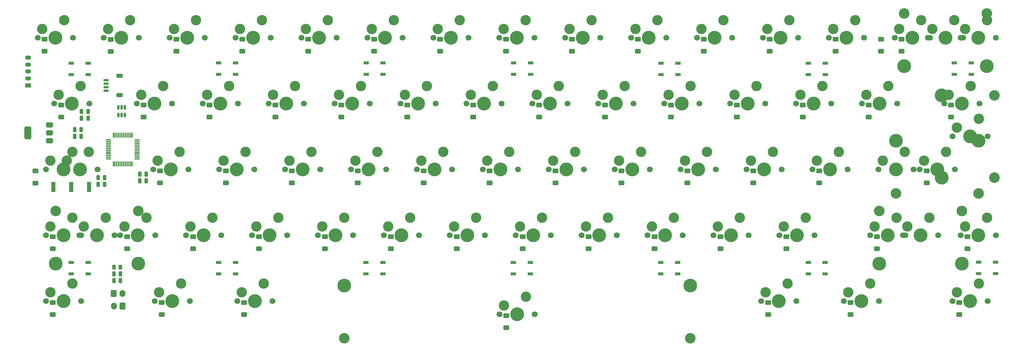
<source format=gbr>
%TF.GenerationSoftware,KiCad,Pcbnew,8.99.0-946-gf00a1ab517*%
%TF.CreationDate,2024-05-15T19:37:32+07:00*%
%TF.ProjectId,toro60,746f726f-3630-42e6-9b69-6361645f7063,rev?*%
%TF.SameCoordinates,Original*%
%TF.FileFunction,Soldermask,Bot*%
%TF.FilePolarity,Negative*%
%FSLAX46Y46*%
G04 Gerber Fmt 4.6, Leading zero omitted, Abs format (unit mm)*
G04 Created by KiCad (PCBNEW 8.99.0-946-gf00a1ab517) date 2024-05-15 19:37:32*
%MOMM*%
%LPD*%
G01*
G04 APERTURE LIST*
G04 Aperture macros list*
%AMRoundRect*
0 Rectangle with rounded corners*
0 $1 Rounding radius*
0 $2 $3 $4 $5 $6 $7 $8 $9 X,Y pos of 4 corners*
0 Add a 4 corners polygon primitive as box body*
4,1,4,$2,$3,$4,$5,$6,$7,$8,$9,$2,$3,0*
0 Add four circle primitives for the rounded corners*
1,1,$1+$1,$2,$3*
1,1,$1+$1,$4,$5*
1,1,$1+$1,$6,$7*
1,1,$1+$1,$8,$9*
0 Add four rect primitives between the rounded corners*
20,1,$1+$1,$2,$3,$4,$5,0*
20,1,$1+$1,$4,$5,$6,$7,0*
20,1,$1+$1,$6,$7,$8,$9,0*
20,1,$1+$1,$8,$9,$2,$3,0*%
G04 Aperture macros list end*
%ADD10C,1.700000*%
%ADD11C,4.000000*%
%ADD12C,0.400000*%
%ADD13C,3.000000*%
%ADD14RoundRect,0.250000X0.600000X0.750000X-0.600000X0.750000X-0.600000X-0.750000X0.600000X-0.750000X0*%
%ADD15O,1.700000X2.000000*%
%ADD16RoundRect,0.250000X0.625000X-0.350000X0.625000X0.350000X-0.625000X0.350000X-0.625000X-0.350000X0*%
%ADD17O,1.750000X1.200000*%
%ADD18C,3.048000*%
%ADD19C,3.987800*%
%ADD20RoundRect,0.250000X-0.600000X-0.750000X0.600000X-0.750000X0.600000X0.750000X-0.600000X0.750000X0*%
%ADD21C,3.050000*%
%ADD22RoundRect,0.250000X0.600000X-0.400000X0.600000X0.400000X-0.600000X0.400000X-0.600000X-0.400000X0*%
%ADD23RoundRect,0.375000X0.625000X0.375000X-0.625000X0.375000X-0.625000X-0.375000X0.625000X-0.375000X0*%
%ADD24RoundRect,0.500000X0.500000X1.400000X-0.500000X1.400000X-0.500000X-1.400000X0.500000X-1.400000X0*%
%ADD25RoundRect,0.250000X-0.250000X-0.475000X0.250000X-0.475000X0.250000X0.475000X-0.250000X0.475000X0*%
%ADD26R,1.500000X0.900000*%
%ADD27RoundRect,0.250000X0.250000X0.475000X-0.250000X0.475000X-0.250000X-0.475000X0.250000X-0.475000X0*%
%ADD28RoundRect,0.250000X0.262500X0.450000X-0.262500X0.450000X-0.262500X-0.450000X0.262500X-0.450000X0*%
%ADD29RoundRect,0.150000X-0.150000X0.512500X-0.150000X-0.512500X0.150000X-0.512500X0.150000X0.512500X0*%
%ADD30R,1.190000X3.000000*%
%ADD31RoundRect,0.150000X-0.625000X0.150000X-0.625000X-0.150000X0.625000X-0.150000X0.625000X0.150000X0*%
%ADD32RoundRect,0.250000X-0.650000X0.350000X-0.650000X-0.350000X0.650000X-0.350000X0.650000X0.350000X0*%
%ADD33RoundRect,0.075000X0.075000X-0.662500X0.075000X0.662500X-0.075000X0.662500X-0.075000X-0.662500X0*%
%ADD34RoundRect,0.075000X0.662500X-0.075000X0.662500X0.075000X-0.662500X0.075000X-0.662500X-0.075000X0*%
G04 APERTURE END LIST*
D10*
%TO.C,SW29*%
X304483000Y-19050000D03*
D11*
X309563000Y-19050000D03*
D10*
X314643000Y-19050000D03*
D12*
X304503000Y-16500000D03*
X305743000Y-17760000D03*
X305753000Y-15260000D03*
D13*
X305753000Y-16510000D03*
D12*
X307003000Y-16510000D03*
X310853000Y-13970000D03*
X312103000Y-12710000D03*
D13*
X312103000Y-13970000D03*
D12*
X312103000Y-15210000D03*
X313343000Y-13960000D03*
%TD*%
D10*
%TO.C,SW30*%
X49689000Y-38100000D03*
D11*
X54769000Y-38100000D03*
D10*
X59849000Y-38100000D03*
D12*
X49709000Y-35550000D03*
X50949000Y-36810000D03*
X50959000Y-34310000D03*
D13*
X50959000Y-35560000D03*
D12*
X52209000Y-35560000D03*
X56059000Y-33020000D03*
X57309000Y-31760000D03*
D13*
X57309000Y-33020000D03*
D12*
X57309000Y-34260000D03*
X58549000Y-33010000D03*
%TD*%
D10*
%TO.C,SW16*%
X47308000Y-19050000D03*
D11*
X52388000Y-19050000D03*
D10*
X57468000Y-19050000D03*
D12*
X47328000Y-16500000D03*
X48568000Y-17760000D03*
X48578000Y-15260000D03*
D13*
X48578000Y-16510000D03*
D12*
X49828000Y-16510000D03*
X53678000Y-13970000D03*
X54928000Y-12710000D03*
D13*
X54928000Y-13970000D03*
D12*
X54928000Y-15210000D03*
X56168000Y-13960000D03*
%TD*%
D10*
%TO.C,SW69*%
X275430999Y-76200000D03*
D11*
X280510999Y-76200000D03*
D10*
X285590999Y-76200000D03*
D12*
X275450999Y-73650000D03*
X276690999Y-74910000D03*
X276700999Y-72410000D03*
D13*
X276700999Y-73660000D03*
D12*
X277950999Y-73660000D03*
X281800999Y-71120000D03*
X283050999Y-69860000D03*
D13*
X283050999Y-71120000D03*
D12*
X283050999Y-72360000D03*
X284290999Y-71110000D03*
%TD*%
D10*
%TO.C,SW50*%
X180657500Y-57150000D03*
D11*
X185737500Y-57150000D03*
D10*
X190817500Y-57150000D03*
D12*
X180677500Y-54600000D03*
X181917500Y-55860000D03*
X181927500Y-53360000D03*
D13*
X181927500Y-54610000D03*
D12*
X183177500Y-54610000D03*
X187027500Y-52070000D03*
X188277500Y-50810000D03*
D13*
X188277500Y-52070000D03*
D12*
X188277500Y-53310000D03*
X189517500Y-52060000D03*
%TD*%
D10*
%TO.C,SW31*%
X75882500Y-38100000D03*
D11*
X80962500Y-38100000D03*
D10*
X86042500Y-38100000D03*
D12*
X75902500Y-35550000D03*
X77142500Y-36810000D03*
X77152500Y-34310000D03*
D13*
X77152500Y-35560000D03*
D12*
X78402500Y-35560000D03*
X82252500Y-33020000D03*
X83502500Y-31760000D03*
D13*
X83502500Y-33020000D03*
D12*
X83502500Y-34260000D03*
X84742500Y-33010000D03*
%TD*%
D10*
%TO.C,SW13*%
X271145000Y0D03*
D11*
X276225000Y0D03*
D10*
X281305000Y0D03*
D12*
X271165000Y2550000D03*
X272405000Y1290000D03*
X272415000Y3790000D03*
D13*
X272415000Y2540000D03*
D12*
X273665000Y2540000D03*
X277515000Y5080000D03*
X278765000Y6340000D03*
D13*
X278765000Y5080000D03*
D12*
X278765000Y3840000D03*
X280005000Y5090000D03*
%TD*%
D10*
%TO.C,SW46*%
X104457500Y-57150000D03*
D11*
X109537500Y-57150000D03*
D10*
X114617500Y-57150000D03*
D12*
X104477500Y-54600000D03*
X105717500Y-55860000D03*
X105727500Y-53360000D03*
D13*
X105727500Y-54610000D03*
D12*
X106977500Y-54610000D03*
X110827500Y-52070000D03*
X112077500Y-50810000D03*
D13*
X112077500Y-52070000D03*
D12*
X112077500Y-53310000D03*
X113317500Y-52060000D03*
%TD*%
D10*
%TO.C,SW19*%
X109220000Y-19050000D03*
D11*
X114300000Y-19050000D03*
D10*
X119380000Y-19050000D03*
D12*
X109240000Y-16500000D03*
X110480000Y-17760000D03*
X110490000Y-15260000D03*
D13*
X110490000Y-16510000D03*
D12*
X111740000Y-16510000D03*
X115590000Y-13970000D03*
X116840000Y-12710000D03*
D13*
X116840000Y-13970000D03*
D12*
X116840000Y-15210000D03*
X118080000Y-13960000D03*
%TD*%
D10*
%TO.C,SW23*%
X185420000Y-19050000D03*
D11*
X190500000Y-19050000D03*
D10*
X195580000Y-19050000D03*
D12*
X185440000Y-16500000D03*
X186680000Y-17760000D03*
X186690000Y-15260000D03*
D13*
X186690000Y-16510000D03*
D12*
X187940000Y-16510000D03*
X191790000Y-13970000D03*
X193040000Y-12710000D03*
D13*
X193040000Y-13970000D03*
D12*
X193040000Y-15210000D03*
X194280000Y-13960000D03*
%TD*%
D14*
%TO.C,SWb\u00F4t1*%
X67020000Y-77640000D03*
D15*
X64520000Y-77640000D03*
%TD*%
D10*
%TO.C,SW53*%
X237807500Y-57150000D03*
D11*
X242887500Y-57150000D03*
D10*
X247967500Y-57150000D03*
D12*
X237827500Y-54600000D03*
X239067500Y-55860000D03*
X239077500Y-53360000D03*
D13*
X239077500Y-54610000D03*
D12*
X240327500Y-54610000D03*
X244177500Y-52070000D03*
X245427500Y-50810000D03*
D13*
X245427500Y-52070000D03*
D12*
X245427500Y-53310000D03*
X246667500Y-52060000D03*
%TD*%
D10*
%TO.C,SW28*%
X280670000Y-19050000D03*
D11*
X285750000Y-19050000D03*
D10*
X290830000Y-19050000D03*
D12*
X280690000Y-16500000D03*
X281930000Y-17760000D03*
X281940000Y-15260000D03*
D13*
X281940000Y-16510000D03*
D12*
X283190000Y-16510000D03*
X287040000Y-13970000D03*
X288290000Y-12710000D03*
D13*
X288290000Y-13970000D03*
D12*
X288290000Y-15210000D03*
X289530000Y-13960000D03*
%TD*%
D10*
%TO.C,SW56*%
X309245000Y-57150000D03*
D11*
X314325000Y-57150000D03*
D10*
X319405000Y-57150000D03*
D12*
X309265000Y-54600000D03*
X310505000Y-55860000D03*
X310515000Y-53360000D03*
D13*
X310515000Y-54610000D03*
D12*
X311765000Y-54610000D03*
X315615000Y-52070000D03*
X316865000Y-50810000D03*
D13*
X316865000Y-52070000D03*
D12*
X316865000Y-53310000D03*
X318105000Y-52060000D03*
%TD*%
D10*
%TO.C,SW34*%
X133032500Y-38100000D03*
D11*
X138112500Y-38100000D03*
D10*
X143192500Y-38100000D03*
D12*
X133052500Y-35550000D03*
X134292500Y-36810000D03*
X134302500Y-34310000D03*
D13*
X134302500Y-35560000D03*
D12*
X135552500Y-35560000D03*
X139402500Y-33020000D03*
X140652500Y-31760000D03*
D13*
X140652500Y-33020000D03*
D12*
X140652500Y-34260000D03*
X141892500Y-33010000D03*
%TD*%
D10*
%TO.C,SW45*%
X85407500Y-57150000D03*
D11*
X90487500Y-57150000D03*
D10*
X95567500Y-57150000D03*
D12*
X85427500Y-54600000D03*
X86667500Y-55860000D03*
X86677500Y-53360000D03*
D13*
X86677500Y-54610000D03*
D12*
X87927500Y-54610000D03*
X91777500Y-52070000D03*
X93027500Y-50810000D03*
D13*
X93027500Y-52070000D03*
D12*
X93027500Y-53310000D03*
X94267500Y-52060000D03*
%TD*%
D10*
%TO.C,SW2*%
X61595000Y0D03*
D11*
X66675000Y0D03*
D10*
X71755000Y0D03*
D12*
X61615000Y2550000D03*
X62855000Y1290000D03*
X62865000Y3790000D03*
D13*
X62865000Y2540000D03*
D12*
X64115000Y2540000D03*
X67965000Y5080000D03*
X69215000Y6340000D03*
D13*
X69215000Y5080000D03*
D12*
X69215000Y3840000D03*
X70455000Y5090000D03*
%TD*%
D10*
%TO.C,SW21*%
X147320000Y-19050000D03*
D11*
X152400000Y-19050000D03*
D10*
X157480000Y-19050000D03*
D12*
X147340000Y-16500000D03*
X148580000Y-17760000D03*
X148590000Y-15260000D03*
D13*
X148590000Y-16510000D03*
D12*
X149840000Y-16510000D03*
X153690000Y-13970000D03*
X154940000Y-12710000D03*
D13*
X154940000Y-13970000D03*
D12*
X154940000Y-15210000D03*
X156180000Y-13960000D03*
%TD*%
D10*
%TO.C,SW3*%
X80645000Y0D03*
D11*
X85725000Y0D03*
D10*
X90805000Y0D03*
D12*
X80665000Y2550000D03*
X81905000Y1290000D03*
X81915000Y3790000D03*
D13*
X81915000Y2540000D03*
D12*
X83165000Y2540000D03*
X87015000Y5080000D03*
X88265000Y6340000D03*
D13*
X88265000Y5080000D03*
D12*
X88265000Y3840000D03*
X89505000Y5090000D03*
%TD*%
D10*
%TO.C,SW26*%
X242570000Y-19050000D03*
D11*
X247650000Y-19050000D03*
D10*
X252730000Y-19050000D03*
D12*
X242590000Y-16500000D03*
X243830000Y-17760000D03*
X243840000Y-15260000D03*
D13*
X243840000Y-16510000D03*
D12*
X245090000Y-16510000D03*
X248940000Y-13970000D03*
X250190000Y-12710000D03*
D13*
X250190000Y-13970000D03*
D12*
X250190000Y-15210000D03*
X251430000Y-13960000D03*
%TD*%
D16*
%TO.C,J2*%
X39750000Y-13790000D03*
D17*
X39750000Y-11790000D03*
X39750000Y-9790000D03*
X39750000Y-7790000D03*
X39750000Y-5790000D03*
%TD*%
D10*
%TO.C,SW8*%
X175895000Y0D03*
D11*
X180975000Y0D03*
D10*
X186055000Y0D03*
D12*
X175915000Y2550000D03*
X177155000Y1290000D03*
X177165000Y3790000D03*
D13*
X177165000Y2540000D03*
D12*
X178415000Y2540000D03*
X182265000Y5080000D03*
X183515000Y6340000D03*
D13*
X183515000Y5080000D03*
D12*
X183515000Y3840000D03*
X184755000Y5090000D03*
%TD*%
D10*
%TO.C,SW22*%
X166370000Y-19050000D03*
D11*
X171450000Y-19050000D03*
D10*
X176530000Y-19050000D03*
D12*
X166390000Y-16500000D03*
X167630000Y-17760000D03*
X167640000Y-15260000D03*
D13*
X167640000Y-16510000D03*
D12*
X168890000Y-16510000D03*
X172740000Y-13970000D03*
X173990000Y-12710000D03*
D13*
X173990000Y-13970000D03*
D12*
X173990000Y-15210000D03*
X175230000Y-13960000D03*
%TD*%
D10*
%TO.C,SW6*%
X137795000Y0D03*
D11*
X142875000Y0D03*
D10*
X147955000Y0D03*
D12*
X137815000Y2550000D03*
X139055000Y1290000D03*
X139065000Y3790000D03*
D13*
X139065000Y2540000D03*
D12*
X140315000Y2540000D03*
X144165000Y5080000D03*
X145415000Y6340000D03*
D13*
X145415000Y5080000D03*
D12*
X145415000Y3840000D03*
X146655000Y5090000D03*
%TD*%
D10*
%TO.C,SW14*%
X290195000Y0D03*
D11*
X295275000Y0D03*
D10*
X300355000Y0D03*
D12*
X290215000Y2550000D03*
X291455000Y1290000D03*
X291465000Y3790000D03*
D13*
X291465000Y2540000D03*
D12*
X292715000Y2540000D03*
X296565000Y5080000D03*
X297815000Y6340000D03*
D13*
X297815000Y5080000D03*
D12*
X297815000Y3840000D03*
X299055000Y5090000D03*
%TD*%
D10*
%TO.C,SW20*%
X128270000Y-19050000D03*
D11*
X133350000Y-19050000D03*
D10*
X138430000Y-19050000D03*
D12*
X128290000Y-16500000D03*
X129530000Y-17760000D03*
X129540000Y-15260000D03*
D13*
X129540000Y-16510000D03*
D12*
X130790000Y-16510000D03*
X134640000Y-13970000D03*
X135890000Y-12710000D03*
D13*
X135890000Y-13970000D03*
D12*
X135890000Y-15210000D03*
X137130000Y-13960000D03*
%TD*%
D10*
%TO.C,SW24*%
X204470000Y-19050000D03*
D11*
X209550000Y-19050000D03*
D10*
X214630000Y-19050000D03*
D12*
X204490000Y-16500000D03*
X205730000Y-17760000D03*
X205740000Y-15260000D03*
D13*
X205740000Y-16510000D03*
D12*
X206990000Y-16510000D03*
X210840000Y-13970000D03*
X212090000Y-12710000D03*
D13*
X212090000Y-13970000D03*
D12*
X212090000Y-15210000D03*
X213330000Y-13960000D03*
%TD*%
D10*
%TO.C,SW40*%
X247332500Y-38100000D03*
D11*
X252412500Y-38100000D03*
D10*
X257492500Y-38100000D03*
D12*
X247352500Y-35550000D03*
X248592500Y-36810000D03*
X248602500Y-34310000D03*
D13*
X248602500Y-35560000D03*
D12*
X249852500Y-35560000D03*
X253702500Y-33020000D03*
X254952500Y-31760000D03*
D13*
X254952500Y-33020000D03*
D12*
X254952500Y-34260000D03*
X256192500Y-33010000D03*
%TD*%
D10*
%TO.C,SW36*%
X171132500Y-38100000D03*
D11*
X176212500Y-38100000D03*
D10*
X181292500Y-38100000D03*
D12*
X171152500Y-35550000D03*
X172392500Y-36810000D03*
X172402500Y-34310000D03*
D13*
X172402500Y-35560000D03*
D12*
X173652500Y-35560000D03*
X177502500Y-33020000D03*
X178752500Y-31760000D03*
D13*
X178752500Y-33020000D03*
D12*
X178752500Y-34260000D03*
X179992500Y-33010000D03*
%TD*%
D10*
%TO.C,SW35*%
X152082500Y-38100000D03*
D11*
X157162500Y-38100000D03*
D10*
X162242500Y-38100000D03*
D12*
X152102500Y-35550000D03*
X153342500Y-36810000D03*
X153352500Y-34310000D03*
D13*
X153352500Y-35560000D03*
D12*
X154602500Y-35560000D03*
X158452500Y-33020000D03*
X159702500Y-31760000D03*
D13*
X159702500Y-33020000D03*
D12*
X159702500Y-34260000D03*
X160942500Y-33010000D03*
%TD*%
D10*
%TO.C,SW17*%
X71120000Y-19050000D03*
D11*
X76200000Y-19050000D03*
D10*
X81280000Y-19050000D03*
D12*
X71140000Y-16500000D03*
X72380000Y-17760000D03*
X72390000Y-15260000D03*
D13*
X72390000Y-16510000D03*
D12*
X73640000Y-16510000D03*
X77490000Y-13970000D03*
X78740000Y-12710000D03*
D13*
X78740000Y-13970000D03*
D12*
X78740000Y-15210000D03*
X79980000Y-13960000D03*
%TD*%
D10*
%TO.C,SW41*%
X266382500Y-38100000D03*
D11*
X271462500Y-38100000D03*
D10*
X276542500Y-38100000D03*
D12*
X266402500Y-35550000D03*
X267642500Y-36810000D03*
X267652500Y-34310000D03*
D13*
X267652500Y-35560000D03*
D12*
X268902500Y-35560000D03*
X272752500Y-33020000D03*
X274002500Y-31760000D03*
D13*
X274002500Y-33020000D03*
D12*
X274002500Y-34260000D03*
X275242500Y-33010000D03*
%TD*%
D10*
%TO.C,SW39*%
X228282500Y-38100000D03*
D11*
X233362500Y-38100000D03*
D10*
X238442500Y-38100000D03*
D12*
X228302500Y-35550000D03*
X229542500Y-36810000D03*
X229552500Y-34310000D03*
D13*
X229552500Y-35560000D03*
D12*
X230802500Y-35560000D03*
X234652500Y-33020000D03*
X235902500Y-31760000D03*
D13*
X235902500Y-33020000D03*
D12*
X235902500Y-34260000D03*
X237142500Y-33010000D03*
%TD*%
D18*
%TO.C,SW1005*%
X285718500Y-50165000D03*
D19*
X285718500Y-65405000D03*
D10*
X292576500Y-57150000D03*
D11*
X297656500Y-57150000D03*
D10*
X302736500Y-57150000D03*
D18*
X309594500Y-50165000D03*
D19*
X309594500Y-65405000D03*
D12*
X292596500Y-54600000D03*
X293836500Y-55860000D03*
X293846500Y-53360000D03*
D13*
X293846500Y-54610000D03*
D12*
X295096500Y-54610000D03*
X298946500Y-52070000D03*
X300196500Y-50810000D03*
D13*
X300196500Y-52070000D03*
D12*
X300196500Y-53310000D03*
X301436500Y-52060000D03*
%TD*%
D10*
%TO.C,SW11*%
X233045000Y0D03*
D11*
X238125000Y0D03*
D10*
X243205000Y0D03*
D12*
X233065000Y2550000D03*
X234305000Y1290000D03*
X234315000Y3790000D03*
D13*
X234315000Y2540000D03*
D12*
X235565000Y2540000D03*
X239415000Y5080000D03*
X240665000Y6340000D03*
D13*
X240665000Y5080000D03*
D12*
X240665000Y3840000D03*
X241905000Y5090000D03*
%TD*%
D10*
%TO.C,SW49*%
X161607500Y-57150000D03*
D11*
X166687500Y-57150000D03*
D10*
X171767500Y-57150000D03*
D12*
X161627500Y-54600000D03*
X162867500Y-55860000D03*
X162877500Y-53360000D03*
D13*
X162877500Y-54610000D03*
D12*
X164127500Y-54610000D03*
X167977500Y-52070000D03*
X169227500Y-50810000D03*
D13*
X169227500Y-52070000D03*
D12*
X169227500Y-53310000D03*
X170467500Y-52060000D03*
%TD*%
D20*
%TO.C,SWb\u00F4trst1*%
X64500000Y-74020000D03*
D15*
X67000000Y-74020000D03*
%TD*%
D10*
%TO.C,SW1001*%
X285432500Y-38100000D03*
D11*
X290512500Y-38100000D03*
D10*
X295592500Y-38100000D03*
D12*
X285452500Y-35550000D03*
X286692500Y-36810000D03*
X286702500Y-34310000D03*
D13*
X286702500Y-35560000D03*
D12*
X287952500Y-35560000D03*
X291802500Y-33020000D03*
X293052500Y-31760000D03*
D13*
X293052500Y-33020000D03*
D12*
X293052500Y-34260000D03*
X294292500Y-33010000D03*
%TD*%
D10*
%TO.C,SW12*%
X252095000Y0D03*
D11*
X257175000Y0D03*
D10*
X262255000Y0D03*
D12*
X252115000Y2550000D03*
X253355000Y1290000D03*
X253365000Y3790000D03*
D13*
X253365000Y2540000D03*
D12*
X254615000Y2540000D03*
X258465000Y5080000D03*
X259715000Y6340000D03*
D13*
X259715000Y5080000D03*
D12*
X259715000Y3840000D03*
X260955000Y5090000D03*
%TD*%
D10*
%TO.C,SW1002*%
X44926000Y-38100000D03*
D11*
X50006000Y-38100000D03*
D10*
X55086000Y-38100000D03*
D12*
X44946000Y-35550000D03*
X46186000Y-36810000D03*
X46196000Y-34310000D03*
D13*
X46196000Y-35560000D03*
D12*
X47446000Y-35560000D03*
X51296000Y-33020000D03*
X52546000Y-31760000D03*
D13*
X52546000Y-33020000D03*
D12*
X52546000Y-34260000D03*
X53786000Y-33010000D03*
%TD*%
D10*
%TO.C,SW1*%
X42545000Y0D03*
D11*
X47625000Y0D03*
D10*
X52705000Y0D03*
D12*
X42565000Y2550000D03*
X43805000Y1290000D03*
X43815000Y3790000D03*
D13*
X43815000Y2540000D03*
D12*
X45065000Y2540000D03*
X48915000Y5080000D03*
X50165000Y6340000D03*
D13*
X50165000Y5080000D03*
D12*
X50165000Y3840000D03*
X51405000Y5090000D03*
%TD*%
D10*
%TO.C,SW55*%
X283051500Y-57150000D03*
D11*
X288131500Y-57150000D03*
D10*
X293211500Y-57150000D03*
D12*
X283071500Y-54600000D03*
X284311500Y-55860000D03*
X284321500Y-53360000D03*
D13*
X284321500Y-54610000D03*
D12*
X285571500Y-54610000D03*
X289421500Y-52070000D03*
X290671500Y-50810000D03*
D13*
X290671500Y-52070000D03*
D12*
X290671500Y-53310000D03*
X291911500Y-52060000D03*
%TD*%
D10*
%TO.C,SW7*%
X156845000Y0D03*
D11*
X161925000Y0D03*
D10*
X167005000Y0D03*
D12*
X156865000Y2550000D03*
X158105000Y1290000D03*
X158115000Y3790000D03*
D13*
X158115000Y2540000D03*
D12*
X159365000Y2540000D03*
X163215000Y5080000D03*
X164465000Y6340000D03*
D13*
X164465000Y5080000D03*
D12*
X164465000Y3840000D03*
X165705000Y5090000D03*
%TD*%
D10*
%TO.C,SW9*%
X194945000Y0D03*
D11*
X200025000Y0D03*
D10*
X205105000Y0D03*
D12*
X194965000Y2550000D03*
X196205000Y1290000D03*
X196215000Y3790000D03*
D13*
X196215000Y2540000D03*
D12*
X197465000Y2540000D03*
X201315000Y5080000D03*
X202565000Y6340000D03*
D13*
X202565000Y5080000D03*
D12*
X202565000Y3840000D03*
X203805000Y5090000D03*
%TD*%
D10*
%TO.C,SW54*%
X256857500Y-57150000D03*
D11*
X261937500Y-57150000D03*
D10*
X267017500Y-57150000D03*
D12*
X256877500Y-54600000D03*
X258117500Y-55860000D03*
X258127500Y-53360000D03*
D13*
X258127500Y-54610000D03*
D12*
X259377500Y-54610000D03*
X263227500Y-52070000D03*
X264477500Y-50810000D03*
D13*
X264477500Y-52070000D03*
D12*
X264477500Y-53310000D03*
X265717500Y-52060000D03*
%TD*%
D10*
%TO.C,SW4*%
X99695000Y0D03*
D11*
X104775000Y0D03*
D10*
X109855000Y0D03*
D12*
X99715000Y2550000D03*
X100955000Y1290000D03*
X100965000Y3790000D03*
D13*
X100965000Y2540000D03*
D12*
X102215000Y2540000D03*
X106065000Y5080000D03*
X107315000Y6340000D03*
D13*
X107315000Y5080000D03*
D12*
X107315000Y3840000D03*
X108555000Y5090000D03*
%TD*%
D19*
%TO.C,SW63*%
X131070100Y-71755000D03*
D18*
X131070100Y-86995000D03*
D10*
X175990000Y-80010000D03*
D11*
X181070000Y-80010000D03*
D10*
X186150000Y-80010000D03*
D19*
X231069900Y-71755000D03*
D18*
X231069900Y-86995000D03*
D12*
X176010000Y-77460000D03*
X177250000Y-78720000D03*
X177260000Y-76220000D03*
D13*
X177260000Y-77470000D03*
D12*
X178510000Y-77470000D03*
X182360000Y-74930000D03*
X183610000Y-73670000D03*
D13*
X183610000Y-74930000D03*
D12*
X183610000Y-76170000D03*
X184850000Y-74920000D03*
%TD*%
D10*
%TO.C,SW44*%
X66357500Y-57150000D03*
D11*
X71437500Y-57150000D03*
D10*
X76517500Y-57150000D03*
D12*
X66377500Y-54600000D03*
X67617500Y-55860000D03*
X67627500Y-53360000D03*
D13*
X67627500Y-54610000D03*
D12*
X68877500Y-54610000D03*
X72727500Y-52070000D03*
X73977500Y-50810000D03*
D13*
X73977500Y-52070000D03*
D12*
X73977500Y-53310000D03*
X75217500Y-52060000D03*
%TD*%
D19*
%TO.C,SW42*%
X290555099Y-29845000D03*
D18*
X290555099Y-45085000D03*
D10*
X297413099Y-38100000D03*
D11*
X302493099Y-38100000D03*
D10*
X307573099Y-38100000D03*
D19*
X314431099Y-29845000D03*
D18*
X314431099Y-45085000D03*
D12*
X297433099Y-35550000D03*
X298673099Y-36810000D03*
X298683099Y-34310000D03*
D13*
X298683099Y-35560000D03*
D12*
X299933099Y-35560000D03*
X303783099Y-33020000D03*
X305033099Y-31760000D03*
D13*
X305033099Y-33020000D03*
D12*
X305033099Y-34260000D03*
X306273099Y-33010000D03*
%TD*%
D10*
%TO.C,SW32*%
X94932500Y-38100000D03*
D11*
X100012500Y-38100000D03*
D10*
X105092500Y-38100000D03*
D12*
X94952500Y-35550000D03*
X96192500Y-36810000D03*
X96202500Y-34310000D03*
D13*
X96202500Y-35560000D03*
D12*
X97452500Y-35560000D03*
X101302500Y-33020000D03*
X102552500Y-31760000D03*
D13*
X102552500Y-33020000D03*
D12*
X102552500Y-34260000D03*
X103792500Y-33010000D03*
%TD*%
D10*
%TO.C,SW58*%
X76358500Y-76200000D03*
D11*
X81438500Y-76200000D03*
D10*
X86518500Y-76200000D03*
D12*
X76378500Y-73650000D03*
X77618500Y-74910000D03*
X77628500Y-72410000D03*
D13*
X77628500Y-73660000D03*
D12*
X78878500Y-73660000D03*
X82728500Y-71120000D03*
X83978500Y-69860000D03*
D13*
X83978500Y-71120000D03*
D12*
X83978500Y-72360000D03*
X85218500Y-71110000D03*
%TD*%
D10*
%TO.C,SW51*%
X199707500Y-57150000D03*
D11*
X204787500Y-57150000D03*
D10*
X209867500Y-57150000D03*
D12*
X199727500Y-54600000D03*
X200967500Y-55860000D03*
X200977500Y-53360000D03*
D13*
X200977500Y-54610000D03*
D12*
X202227500Y-54610000D03*
X206077500Y-52070000D03*
X207327500Y-50810000D03*
D13*
X207327500Y-52070000D03*
D12*
X207327500Y-53310000D03*
X208567500Y-52060000D03*
%TD*%
D10*
%TO.C,SW33*%
X113982500Y-38100000D03*
D11*
X119062500Y-38100000D03*
D10*
X124142500Y-38100000D03*
D12*
X114002500Y-35550000D03*
X115242500Y-36810000D03*
X115252500Y-34310000D03*
D13*
X115252500Y-35560000D03*
D12*
X116502500Y-35560000D03*
X120352500Y-33020000D03*
X121602500Y-31760000D03*
D13*
X121602500Y-33020000D03*
D12*
X121602500Y-34260000D03*
X122842500Y-33010000D03*
%TD*%
D10*
%TO.C,SW27*%
X261620000Y-19050000D03*
D11*
X266700000Y-19050000D03*
D10*
X271780000Y-19050000D03*
D12*
X261640000Y-16500000D03*
X262880000Y-17760000D03*
X262890000Y-15260000D03*
D13*
X262890000Y-16510000D03*
D12*
X264140000Y-16510000D03*
X267990000Y-13970000D03*
X269240000Y-12710000D03*
D13*
X269240000Y-13970000D03*
D12*
X269240000Y-15210000D03*
X270480000Y-13960000D03*
%TD*%
D10*
%TO.C,SW5*%
X118745000Y0D03*
D11*
X123825000Y0D03*
D10*
X128905000Y0D03*
D12*
X118765000Y2550000D03*
X120005000Y1290000D03*
X120015000Y3790000D03*
D13*
X120015000Y2540000D03*
D12*
X121265000Y2540000D03*
X125115000Y5080000D03*
X126365000Y6340000D03*
D13*
X126365000Y5080000D03*
D12*
X126365000Y3840000D03*
X127605000Y5090000D03*
%TD*%
D10*
%TO.C,SW25*%
X223520000Y-19050000D03*
D11*
X228600000Y-19050000D03*
D10*
X233680000Y-19050000D03*
D12*
X223540000Y-16500000D03*
X224780000Y-17760000D03*
X224790000Y-15260000D03*
D13*
X224790000Y-16510000D03*
D12*
X226040000Y-16510000D03*
X229890000Y-13970000D03*
X231140000Y-12710000D03*
D13*
X231140000Y-13970000D03*
D12*
X231140000Y-15210000D03*
X232380000Y-13960000D03*
%TD*%
D10*
%TO.C,SW70*%
X306863500Y-76200000D03*
D11*
X311943500Y-76200000D03*
D10*
X317023500Y-76200000D03*
D12*
X306883500Y-73650000D03*
X308123500Y-74910000D03*
X308133500Y-72410000D03*
D13*
X308133500Y-73660000D03*
D12*
X309383500Y-73660000D03*
X313233500Y-71120000D03*
X314483500Y-69860000D03*
D13*
X314483500Y-71120000D03*
D12*
X314483500Y-72360000D03*
X315723500Y-71110000D03*
%TD*%
D10*
%TO.C,SW43*%
X44926000Y-57150000D03*
D11*
X50006000Y-57150000D03*
D10*
X55086000Y-57150000D03*
D12*
X44946000Y-54600000D03*
X46186000Y-55860000D03*
X46196000Y-53360000D03*
D13*
X46196000Y-54610000D03*
D12*
X47446000Y-54610000D03*
X51296000Y-52070000D03*
X52546000Y-50810000D03*
D13*
X52546000Y-52070000D03*
D12*
X52546000Y-53310000D03*
X53786000Y-52060000D03*
%TD*%
D10*
%TO.C,SW47*%
X123507500Y-57150000D03*
D11*
X128587500Y-57150000D03*
D10*
X133667500Y-57150000D03*
D12*
X123527500Y-54600000D03*
X124767500Y-55860000D03*
X124777500Y-53360000D03*
D13*
X124777500Y-54610000D03*
D12*
X126027500Y-54610000D03*
X129877500Y-52070000D03*
X131127500Y-50810000D03*
D13*
X131127500Y-52070000D03*
D12*
X131127500Y-53310000D03*
X132367500Y-52060000D03*
%TD*%
D10*
%TO.C,SW59*%
X100171000Y-76200000D03*
D11*
X105251000Y-76200000D03*
D10*
X110331000Y-76200000D03*
D12*
X100191000Y-73650000D03*
X101431000Y-74910000D03*
X101441000Y-72410000D03*
D13*
X101441000Y-73660000D03*
D12*
X102691000Y-73660000D03*
X106541000Y-71120000D03*
X107791000Y-69860000D03*
D13*
X107791000Y-71120000D03*
D12*
X107791000Y-72360000D03*
X109031000Y-71110000D03*
%TD*%
D18*
%TO.C,SW1004*%
X47667600Y-50165000D03*
D19*
X47667600Y-65405000D03*
D10*
X54525600Y-57150000D03*
D11*
X59605600Y-57150000D03*
D10*
X64685600Y-57150000D03*
D18*
X71543600Y-50165000D03*
D19*
X71543600Y-65405000D03*
D12*
X54545600Y-54600000D03*
X55785600Y-55860000D03*
X55795600Y-53360000D03*
D13*
X55795600Y-54610000D03*
D12*
X57045600Y-54610000D03*
X60895600Y-52070000D03*
X62145600Y-50810000D03*
D13*
X62145600Y-52070000D03*
D12*
X62145600Y-53310000D03*
X63385600Y-52060000D03*
%TD*%
D18*
%TO.C,SW1000*%
X292862000Y6985000D03*
D19*
X292862000Y-8255000D03*
D10*
X299720000Y0D03*
D11*
X304800000Y0D03*
D10*
X309880000Y0D03*
D18*
X316738000Y6985000D03*
D19*
X316738000Y-8255000D03*
D12*
X299740000Y2550000D03*
X300980000Y1290000D03*
X300990000Y3790000D03*
D13*
X300990000Y2540000D03*
D12*
X302240000Y2540000D03*
X306090000Y5080000D03*
X307340000Y6340000D03*
D13*
X307340000Y5080000D03*
D12*
X307340000Y3840000D03*
X308580000Y5090000D03*
%TD*%
D10*
%TO.C,SW18*%
X90170000Y-19050000D03*
D11*
X95250000Y-19050000D03*
D10*
X100330000Y-19050000D03*
D12*
X90190000Y-16500000D03*
X91430000Y-17760000D03*
X91440000Y-15260000D03*
D13*
X91440000Y-16510000D03*
D12*
X92690000Y-16510000D03*
X96540000Y-13970000D03*
X97790000Y-12710000D03*
D13*
X97790000Y-13970000D03*
D12*
X97790000Y-15210000D03*
X99030000Y-13960000D03*
%TD*%
D10*
%TO.C,SW10*%
X213995000Y0D03*
D11*
X219075000Y0D03*
D10*
X224155000Y0D03*
D12*
X214015000Y2550000D03*
X215255000Y1290000D03*
X215265000Y3790000D03*
D13*
X215265000Y2540000D03*
D12*
X216515000Y2540000D03*
X220365000Y5080000D03*
X221615000Y6340000D03*
D13*
X221615000Y5080000D03*
D12*
X221615000Y3840000D03*
X222855000Y5090000D03*
%TD*%
D10*
%TO.C,SW68*%
X251618499Y-76200000D03*
D11*
X256698499Y-76200000D03*
D10*
X261778499Y-76200000D03*
D12*
X251638499Y-73650000D03*
X252878499Y-74910000D03*
X252888499Y-72410000D03*
D13*
X252888499Y-73660000D03*
D12*
X254138499Y-73660000D03*
X257988499Y-71120000D03*
X259238499Y-69860000D03*
D13*
X259238499Y-71120000D03*
D12*
X259238499Y-72360000D03*
X260478499Y-71110000D03*
%TD*%
D10*
%TO.C,SW52*%
X218757500Y-57150000D03*
D11*
X223837500Y-57150000D03*
D10*
X228917500Y-57150000D03*
D12*
X218777500Y-54600000D03*
X220017500Y-55860000D03*
X220027500Y-53360000D03*
D13*
X220027500Y-54610000D03*
D12*
X221277500Y-54610000D03*
X225127500Y-52070000D03*
X226377500Y-50810000D03*
D13*
X226377500Y-52070000D03*
D12*
X226377500Y-53310000D03*
X227617500Y-52060000D03*
%TD*%
D10*
%TO.C,SW57*%
X44926000Y-76200000D03*
D11*
X50006000Y-76200000D03*
D10*
X55086000Y-76200000D03*
D12*
X44946000Y-73650000D03*
X46186000Y-74910000D03*
X46196000Y-72410000D03*
D13*
X46196000Y-73660000D03*
D12*
X47446000Y-73660000D03*
X51296000Y-71120000D03*
X52546000Y-69860000D03*
D13*
X52546000Y-71120000D03*
D12*
X52546000Y-72360000D03*
X53786000Y-71110000D03*
%TD*%
D10*
%TO.C,SW38*%
X209232500Y-38100000D03*
D11*
X214312500Y-38100000D03*
D10*
X219392500Y-38100000D03*
D12*
X209252500Y-35550000D03*
X210492500Y-36810000D03*
X210502500Y-34310000D03*
D13*
X210502500Y-35560000D03*
D12*
X211752500Y-35560000D03*
X215602500Y-33020000D03*
X216852500Y-31760000D03*
D13*
X216852500Y-33020000D03*
D12*
X216852500Y-34260000D03*
X218092500Y-33010000D03*
%TD*%
D10*
%TO.C,SW48*%
X142557500Y-57150000D03*
D11*
X147637500Y-57150000D03*
D10*
X152717500Y-57150000D03*
D12*
X142577500Y-54600000D03*
X143817500Y-55860000D03*
X143827500Y-53360000D03*
D13*
X143827500Y-54610000D03*
D12*
X145077500Y-54610000D03*
X148927500Y-52070000D03*
X150177500Y-50810000D03*
D13*
X150177500Y-52070000D03*
D12*
X150177500Y-53310000D03*
X151417500Y-52060000D03*
%TD*%
D10*
%TO.C,SW37*%
X190182500Y-38100000D03*
D11*
X195262500Y-38100000D03*
D10*
X200342500Y-38100000D03*
D12*
X190202500Y-35550000D03*
X191442500Y-36810000D03*
X191452500Y-34310000D03*
D13*
X191452500Y-35560000D03*
D12*
X192702500Y-35560000D03*
X196552500Y-33020000D03*
X197802500Y-31760000D03*
D13*
X197802500Y-33020000D03*
D12*
X197802500Y-34260000D03*
X199042500Y-33010000D03*
%TD*%
D11*
%TO.C,SW1003*%
X303703500Y-16675000D03*
X303703500Y-40475000D03*
D10*
X306863500Y-28575000D03*
D11*
X311943500Y-28575000D03*
D10*
X317023500Y-28575000D03*
D21*
X318943500Y-16675000D03*
X318943500Y-40475000D03*
D12*
X306883500Y-26025000D03*
X308123500Y-27285000D03*
X308133500Y-24785000D03*
D13*
X308133500Y-26035000D03*
D12*
X309383500Y-26035000D03*
X313233500Y-23495000D03*
X314483500Y-22235000D03*
D13*
X314483500Y-23495000D03*
D12*
X314483500Y-24735000D03*
X315723500Y-23485000D03*
%TD*%
D10*
%TO.C,SW15*%
X309245000Y0D03*
D11*
X314325000Y0D03*
D10*
X319405000Y0D03*
D12*
X309265000Y2550000D03*
X310505000Y1290000D03*
X310515000Y3790000D03*
D13*
X310515000Y2540000D03*
D12*
X311765000Y2540000D03*
X315615000Y5080000D03*
X316865000Y6340000D03*
D13*
X316865000Y5080000D03*
D12*
X316865000Y3840000D03*
X318105000Y5090000D03*
%TD*%
D22*
%TO.C,D14*%
X292160000Y-3920000D03*
X292160000Y-420000D03*
%TD*%
D23*
%TO.C,U2*%
X45960000Y-25250000D03*
X45960000Y-27550000D03*
D24*
X39660000Y-27550000D03*
D23*
X45960000Y-29850000D03*
%TD*%
D22*
%TO.C,D25*%
X225485000Y-22970000D03*
X225485000Y-19470000D03*
%TD*%
%TO.C,D42*%
X299378099Y-42020000D03*
X299378099Y-38520000D03*
%TD*%
%TO.C,D36*%
X173097500Y-42020000D03*
X173097500Y-38520000D03*
%TD*%
%TO.C,D13*%
X273110000Y-3920000D03*
X273110000Y-420000D03*
%TD*%
%TO.C,D29*%
X306448000Y-22970000D03*
X306448000Y-19470000D03*
%TD*%
%TO.C,D49*%
X163572500Y-61070000D03*
X163572500Y-57570000D03*
%TD*%
D25*
%TO.C,C6*%
X53200000Y-28550000D03*
X55100000Y-28550000D03*
%TD*%
D22*
%TO.C,D46*%
X106422500Y-61070000D03*
X106422500Y-57570000D03*
%TD*%
D26*
%TO.C,Drgb8*%
X265170000Y-68320000D03*
X265170000Y-65020000D03*
X270070000Y-65020000D03*
X270070000Y-68320000D03*
%TD*%
D22*
%TO.C,D21*%
X149285000Y-22970000D03*
X149285000Y-19470000D03*
%TD*%
%TO.C,D47*%
X125472500Y-61070000D03*
X125472500Y-57570000D03*
%TD*%
%TO.C,D45*%
X87372500Y-61070000D03*
X87372500Y-57570000D03*
%TD*%
D26*
%TO.C,Drgb6*%
X312290000Y-7300000D03*
X312290000Y-10600000D03*
X307390000Y-10600000D03*
X307390000Y-7300000D03*
%TD*%
D22*
%TO.C,D38*%
X211197500Y-42020000D03*
X211197500Y-38520000D03*
%TD*%
%TO.C,D3*%
X82610000Y-3920000D03*
X82610000Y-420000D03*
%TD*%
D27*
%TO.C,C7*%
X57090000Y-23330000D03*
X55190000Y-23330000D03*
%TD*%
D22*
%TO.C,D20*%
X130235000Y-22970000D03*
X130235000Y-19470000D03*
%TD*%
%TO.C,D30*%
X41830000Y-42057500D03*
X41830000Y-38557500D03*
%TD*%
%TO.C,D31*%
X77847500Y-42020000D03*
X77847500Y-38520000D03*
%TD*%
D25*
%TO.C,C5*%
X64530000Y-68310000D03*
X66430000Y-68310000D03*
%TD*%
D28*
%TO.C,R1*%
X66400000Y-66370000D03*
X64575000Y-66370000D03*
%TD*%
D26*
%TO.C,Drgb11*%
X137370000Y-68320000D03*
X137370000Y-65020000D03*
X142270000Y-65020000D03*
X142270000Y-68320000D03*
%TD*%
%TO.C,Drgb12*%
X94770000Y-68320000D03*
X94770000Y-65020000D03*
X99670000Y-65020000D03*
X99670000Y-68320000D03*
%TD*%
D22*
%TO.C,D53*%
X239772500Y-61070000D03*
X239772500Y-57570000D03*
%TD*%
%TO.C,D56*%
X311210000Y-61070000D03*
X311210000Y-57570000D03*
%TD*%
D29*
%TO.C,U3*%
X65787500Y-20132500D03*
X66737500Y-20132500D03*
X67687500Y-20132500D03*
X67687500Y-22407500D03*
X66737500Y-22407500D03*
X65787500Y-22407500D03*
%TD*%
D30*
%TO.C,Dled1*%
X52201000Y-43180000D03*
X47011000Y-43180000D03*
%TD*%
D22*
%TO.C,D5*%
X120710000Y-3920000D03*
X120710000Y-420000D03*
%TD*%
D27*
%TO.C,C10*%
X66420000Y-70290000D03*
X64520000Y-70290000D03*
%TD*%
D22*
%TO.C,D22*%
X168335000Y-22970000D03*
X168335000Y-19470000D03*
%TD*%
D26*
%TO.C,Drgb2*%
X142310000Y-7330000D03*
X142310000Y-10630000D03*
X137410000Y-10630000D03*
X137410000Y-7330000D03*
%TD*%
%TO.C,Drgb4*%
X227530000Y-7340000D03*
X227530000Y-10640000D03*
X222630000Y-10640000D03*
X222630000Y-7340000D03*
%TD*%
D22*
%TO.C,D50*%
X182622500Y-61070000D03*
X182622500Y-57570000D03*
%TD*%
%TO.C,D34*%
X134997500Y-42020000D03*
X134997500Y-38520000D03*
%TD*%
%TO.C,D6*%
X139760000Y-3920000D03*
X139760000Y-420000D03*
%TD*%
%TO.C,D27*%
X263585000Y-22970000D03*
X263585000Y-19470000D03*
%TD*%
%TO.C,D33*%
X115947500Y-42020000D03*
X115947500Y-38520000D03*
%TD*%
%TO.C,D69*%
X277395999Y-80120000D03*
X277395999Y-76620000D03*
%TD*%
%TO.C,D26*%
X244535000Y-22970000D03*
X244535000Y-19470000D03*
%TD*%
%TO.C,D52*%
X220722500Y-61070000D03*
X220722500Y-57570000D03*
%TD*%
%TO.C,D23*%
X187385000Y-22970000D03*
X187385000Y-19470000D03*
%TD*%
%TO.C,D9*%
X196910000Y-3920000D03*
X196910000Y-420000D03*
%TD*%
D26*
%TO.C,Drgb1*%
X99700000Y-7330000D03*
X99700000Y-10630000D03*
X94800000Y-10630000D03*
X94800000Y-7330000D03*
%TD*%
D22*
%TO.C,D51*%
X201672500Y-61070000D03*
X201672500Y-57570000D03*
%TD*%
%TO.C,D48*%
X144522500Y-61070000D03*
X144522500Y-57570000D03*
%TD*%
D26*
%TO.C,Drgb9*%
X222570000Y-68320000D03*
X222570000Y-65020000D03*
X227470000Y-65020000D03*
X227470000Y-68320000D03*
%TD*%
D22*
%TO.C,D70*%
X308828500Y-80120000D03*
X308828500Y-76620000D03*
%TD*%
D27*
%TO.C,C3*%
X73890000Y-41420000D03*
X71990000Y-41420000D03*
%TD*%
D22*
%TO.C,D24*%
X206435000Y-22970000D03*
X206435000Y-19470000D03*
%TD*%
D25*
%TO.C,C1*%
X53200000Y-26590000D03*
X55100000Y-26590000D03*
%TD*%
D22*
%TO.C,D2*%
X63590000Y-3990000D03*
X63590000Y-490000D03*
%TD*%
%TO.C,D16*%
X49273000Y-22970000D03*
X49273000Y-19470000D03*
%TD*%
%TO.C,D18*%
X92135000Y-22970000D03*
X92135000Y-19470000D03*
%TD*%
D30*
%TO.C,Dled2*%
X52174000Y-43180000D03*
X57364000Y-43180000D03*
%TD*%
D22*
%TO.C,D17*%
X73085000Y-22970000D03*
X73085000Y-19470000D03*
%TD*%
D26*
%TO.C,Drgb10*%
X179970000Y-68320000D03*
X179970000Y-65020000D03*
X184870000Y-65020000D03*
X184870000Y-68320000D03*
%TD*%
D22*
%TO.C,D43*%
X46891000Y-61070000D03*
X46891000Y-57570000D03*
%TD*%
%TO.C,D1*%
X44510000Y-3920000D03*
X44510000Y-420000D03*
%TD*%
%TO.C,D37*%
X192147500Y-42020000D03*
X192147500Y-38520000D03*
%TD*%
D26*
%TO.C,Drgb13*%
X52170000Y-68320000D03*
X52170000Y-65020000D03*
X57070000Y-65020000D03*
X57070000Y-68320000D03*
%TD*%
D22*
%TO.C,D35*%
X154047500Y-42020000D03*
X154047500Y-38520000D03*
%TD*%
D26*
%TO.C,Drgb14*%
X57090000Y-7340000D03*
X57090000Y-10640000D03*
X52190000Y-10640000D03*
X52190000Y-7340000D03*
%TD*%
D25*
%TO.C,C9*%
X59960000Y-42410000D03*
X61860000Y-42410000D03*
%TD*%
D26*
%TO.C,Drgb5*%
X270130000Y-7360000D03*
X270130000Y-10660000D03*
X265230000Y-10660000D03*
X265230000Y-7360000D03*
%TD*%
%TO.C,Drgb3*%
X184920000Y-7330000D03*
X184920000Y-10630000D03*
X180020000Y-10630000D03*
X180020000Y-7330000D03*
%TD*%
D27*
%TO.C,C8*%
X73890000Y-39460000D03*
X71990000Y-39460000D03*
%TD*%
D22*
%TO.C,D39*%
X230247500Y-42020000D03*
X230247500Y-38520000D03*
%TD*%
%TO.C,D7*%
X158810000Y-3920000D03*
X158810000Y-420000D03*
%TD*%
%TO.C,D54*%
X258822500Y-61070000D03*
X258822500Y-57570000D03*
%TD*%
%TO.C,D8*%
X177860000Y-3920000D03*
X177860000Y-420000D03*
%TD*%
%TO.C,D12*%
X254060000Y-3920000D03*
X254060000Y-420000D03*
%TD*%
%TO.C,D40*%
X249297500Y-42020000D03*
X249297500Y-38520000D03*
%TD*%
%TO.C,D15*%
X286230000Y-3897500D03*
X286230000Y-397500D03*
%TD*%
%TO.C,D11*%
X235010000Y-3920000D03*
X235010000Y-420000D03*
%TD*%
D31*
%TO.C,J1*%
X62275000Y-12330000D03*
X62275000Y-13330000D03*
X62275000Y-14330000D03*
X62275000Y-15330000D03*
D32*
X66150000Y-11030000D03*
X66150000Y-16630000D03*
%TD*%
D25*
%TO.C,C4*%
X59960000Y-40450000D03*
X61860000Y-40450000D03*
%TD*%
D33*
%TO.C,Ud1*%
X69840000Y-36492500D03*
X69340000Y-36492500D03*
X68840000Y-36492500D03*
X68340000Y-36492500D03*
X67840000Y-36492500D03*
X67340000Y-36492500D03*
X66840000Y-36492500D03*
X66340000Y-36492500D03*
X65840000Y-36492500D03*
X65340000Y-36492500D03*
X64840000Y-36492500D03*
X64340000Y-36492500D03*
D34*
X62927500Y-35080000D03*
X62927500Y-34580000D03*
X62927500Y-34080000D03*
X62927500Y-33580000D03*
X62927500Y-33080000D03*
X62927500Y-32580000D03*
X62927500Y-32080000D03*
X62927500Y-31580000D03*
X62927500Y-31080000D03*
X62927500Y-30580000D03*
X62927500Y-30080000D03*
X62927500Y-29580000D03*
D33*
X64340000Y-28167500D03*
X64840000Y-28167500D03*
X65340000Y-28167500D03*
X65840000Y-28167500D03*
X66340000Y-28167500D03*
X66840000Y-28167500D03*
X67340000Y-28167500D03*
X67840000Y-28167500D03*
X68340000Y-28167500D03*
X68840000Y-28167500D03*
X69340000Y-28167500D03*
X69840000Y-28167500D03*
D34*
X71252500Y-29580000D03*
X71252500Y-30080000D03*
X71252500Y-30580000D03*
X71252500Y-31080000D03*
X71252500Y-31580000D03*
X71252500Y-32080000D03*
X71252500Y-32580000D03*
X71252500Y-33080000D03*
X71252500Y-33580000D03*
X71252500Y-34080000D03*
X71252500Y-34580000D03*
X71252500Y-35080000D03*
%TD*%
D22*
%TO.C,D55*%
X285016500Y-61070000D03*
X285016500Y-57570000D03*
%TD*%
D27*
%TO.C,C2*%
X57090000Y-21370000D03*
X55190000Y-21370000D03*
%TD*%
D22*
%TO.C,D19*%
X111185000Y-22970000D03*
X111185000Y-19470000D03*
%TD*%
%TO.C,D41*%
X268347500Y-42020000D03*
X268347500Y-38520000D03*
%TD*%
%TO.C,D68*%
X253583499Y-80120000D03*
X253583499Y-76620000D03*
%TD*%
%TO.C,D4*%
X101660000Y-3920000D03*
X101660000Y-420000D03*
%TD*%
D26*
%TO.C,Drgb7*%
X314390000Y-68290000D03*
X314390000Y-64990000D03*
X319290000Y-64990000D03*
X319290000Y-68290000D03*
%TD*%
D22*
%TO.C,D57*%
X46891000Y-80120000D03*
X46891000Y-76620000D03*
%TD*%
%TO.C,D44*%
X68322500Y-61070000D03*
X68322500Y-57570000D03*
%TD*%
%TO.C,D63*%
X177955000Y-83930000D03*
X177955000Y-80430000D03*
%TD*%
%TO.C,D32*%
X96897500Y-42020000D03*
X96897500Y-38520000D03*
%TD*%
%TO.C,D58*%
X78323500Y-80120000D03*
X78323500Y-76620000D03*
%TD*%
%TO.C,D10*%
X215960000Y-3920000D03*
X215960000Y-420000D03*
%TD*%
%TO.C,D28*%
X282635000Y-22970000D03*
X282635000Y-19470000D03*
%TD*%
%TO.C,D59*%
X102136000Y-80120000D03*
X102136000Y-76620000D03*
%TD*%
M02*

</source>
